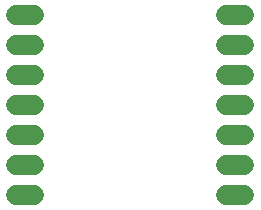
<source format=gbr>
G04 EAGLE Gerber RS-274X export*
G75*
%MOMM*%
%FSLAX34Y34*%
%LPD*%
%INSoldermask Bottom*%
%IPPOS*%
%AMOC8*
5,1,8,0,0,1.08239X$1,22.5*%
G01*
G04 Define Apertures*
%ADD10C,1.727200*%
D10*
X43180Y170180D02*
X58420Y170180D01*
X58420Y144780D02*
X43180Y144780D01*
X43180Y119380D02*
X58420Y119380D01*
X58420Y93980D02*
X43180Y93980D01*
X43180Y68580D02*
X58420Y68580D01*
X58420Y43180D02*
X43180Y43180D01*
X43180Y17780D02*
X58420Y17780D01*
X220980Y17780D02*
X236220Y17780D01*
X236220Y43180D02*
X220980Y43180D01*
X220980Y68580D02*
X236220Y68580D01*
X236220Y93980D02*
X220980Y93980D01*
X220980Y119380D02*
X236220Y119380D01*
X236220Y144780D02*
X220980Y144780D01*
X220980Y170180D02*
X236220Y170180D01*
M02*

</source>
